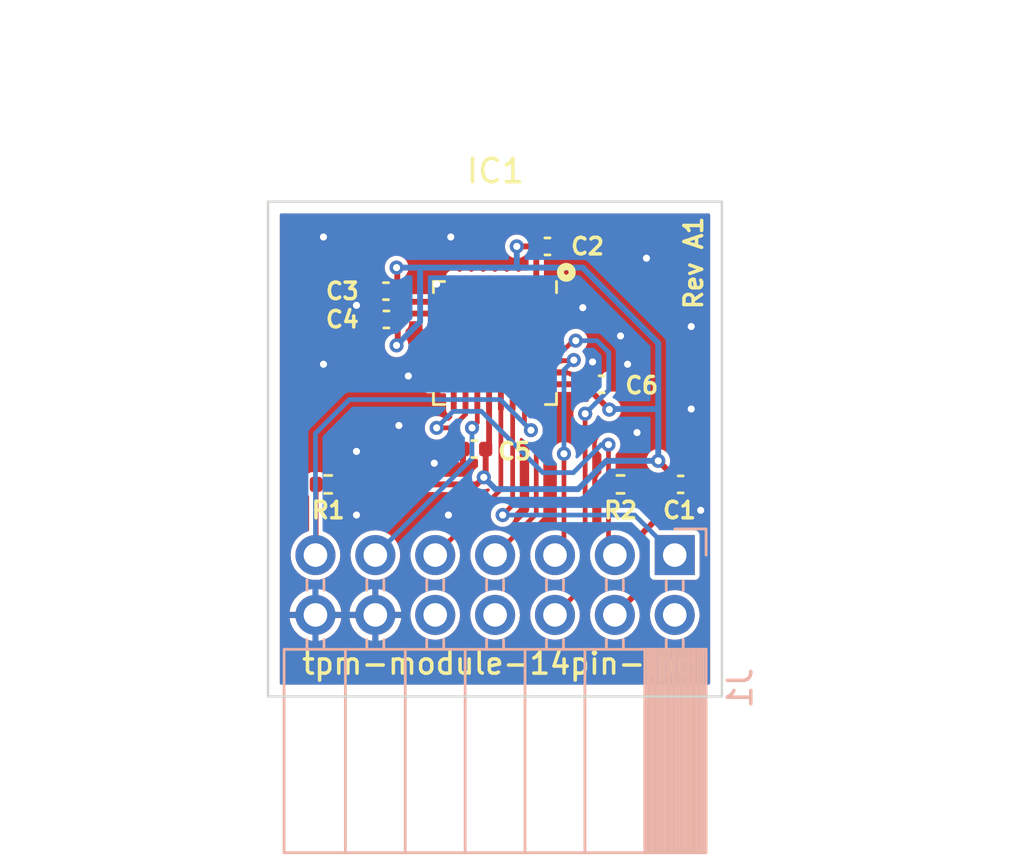
<source format=kicad_pcb>
(kicad_pcb (version 20210606) (generator pcbnew)
  (layers (0 "F.Cu" signal) (31 "B.Cu" signal) (34 "B.Paste" user) (35 "F.Paste" user) (36 "B.SilkS" user "B.Silkscreen") (37 "F.SilkS" user "F.Silkscreen") (38 "B.Mask" user) (39 "F.Mask" user) (44 "Edge.Cuts" user))
  (net 0 "")
  (net 1 "VDD")
  (net 2 "GND")
  (net 5 "LPC_RESET")
  (net 6 "LAD3")
  (net 7 "LAD2")
  (net 8 "LPC_CLK")
  (net 9 "LPC_FRAME")
  (net 10 "LAD1")
  (net 11 "LAD0")
  (net 12 "SERIRQ")
  (footprint "Capacitor_SMD:C_0402_1005Metric" (layer "F.Cu") (at 131.5 90.5 180)
    (fp_text reference "C5" (at -1.7 -0.1) (layer "F.SilkS") (effects (font (size 0.7 0.7))))
    (fp_text value "100n")
    (fp_line (start -0.107836 -0.36) (end 0.107836 -0.36) (layer "F.SilkS") (width 0.12))
    (fp_line (start -0.107836 0.36) (end 0.107836 0.36) (layer "F.SilkS") (width 0.12))
    (pad "1" smd roundrect locked (at -0.48 0 180) (size 0.56 0.62) (layers "F.Cu" "F.Paste" "F.Mask") (net 1 "VDD"))
    (pad "2" smd roundrect locked (at 0.48 0 180) (size 0.56 0.62) (layers "F.Cu" "F.Paste" "F.Mask") (net 2 "GND"))
  )
  (footprint "Capacitor_SMD:C_0402_1005Metric" (layer "F.Cu") (at 127.77 85 180)
    (fp_text reference "C4" (at 1.87 0) (layer "F.SilkS") (effects (font (size 0.7 0.7))))
    (fp_text value "100n")
    (fp_line (start -0.107836 -0.36) (end 0.107836 -0.36) (layer "F.SilkS") (width 0.12))
    (fp_line (start -0.107836 0.36) (end 0.107836 0.36) (layer "F.SilkS") (width 0.12))
    (pad "1" smd roundrect locked (at -0.48 0 180) (size 0.56 0.62) (layers "F.Cu" "F.Paste" "F.Mask") (net 1 "VDD"))
    (pad "2" smd roundrect locked (at 0.48 0 180) (size 0.56 0.62) (layers "F.Cu" "F.Paste" "F.Mask") (net 2 "GND"))
  )
  (footprint "Capacitor_SMD:C_0402_1005Metric" (layer "F.Cu") (at 140.25 92)
    (fp_text reference "C1" (at -0.05 1.1) (layer "F.SilkS") (effects (font (size 0.7 0.7))))
    (fp_text value "4u7")
    (fp_line (start -0.107836 0.36) (end 0.107836 0.36) (layer "F.SilkS") (width 0.12))
    (fp_line (start -0.107836 -0.36) (end 0.107836 -0.36) (layer "F.SilkS") (width 0.12))
    (pad "1" smd roundrect locked (at -0.48 0) (size 0.56 0.62) (layers "F.Cu" "F.Paste" "F.Mask") (net 1 "VDD"))
    (pad "2" smd roundrect locked (at 0.48 0) (size 0.56 0.62) (layers "F.Cu" "F.Paste" "F.Mask") (net 2 "GND"))
  )
  (footprint "Resistor_SMD:R_0402_1005Metric" (layer "F.Cu") (at 137.7 92 180)
    (fp_text reference "R2" (at 0 -1.1) (layer "F.SilkS") (effects (font (size 0.7 0.7))))
    (fp_text value "10k")
    (fp_line (start -0.153641 -0.38) (end 0.153641 -0.38) (layer "F.SilkS") (width 0.12))
    (fp_line (start -0.153641 0.38) (end 0.153641 0.38) (layer "F.SilkS") (width 0.12))
    (pad "1" smd roundrect locked (at -0.51 0 180) (size 0.54 0.64) (layers "F.Cu" "F.Paste" "F.Mask") (net 1 "VDD"))
    (pad "2" smd roundrect locked (at 0.51 0 180) (size 0.54 0.64) (layers "F.Cu" "F.Paste" "F.Mask") (net 5 "LPC_RESET"))
  )
  (footprint "Capacitor_SMD:C_0402_1005Metric" (layer "F.Cu") (at 134.6 81.9)
    (fp_text reference "C2" (at 1.7 0) (layer "F.SilkS") (effects (font (size 0.7 0.7))))
    (fp_text value "100n")
    (fp_line (start -0.107836 -0.36) (end 0.107836 -0.36) (layer "F.SilkS") (width 0.12))
    (fp_line (start -0.107836 0.36) (end 0.107836 0.36) (layer "F.SilkS") (width 0.12))
    (pad "1" smd roundrect locked (at -0.48 0) (size 0.56 0.62) (layers "F.Cu" "F.Paste" "F.Mask") (net 1 "VDD"))
    (pad "2" smd roundrect locked (at 0.48 0) (size 0.56 0.62) (layers "F.Cu" "F.Paste" "F.Mask") (net 2 "GND"))
  )
  (footprint "Capacitor_SMD:C_0402_1005Metric" (layer "F.Cu") (at 127.75 83.8 180)
    (fp_text reference "C3" (at 1.85 0) (layer "F.SilkS") (effects (font (size 0.7 0.7))))
    (fp_text value "100n")
    (fp_line (start -0.107836 0.36) (end 0.107836 0.36) (layer "F.SilkS") (width 0.12))
    (fp_line (start -0.107836 -0.36) (end 0.107836 -0.36) (layer "F.SilkS") (width 0.12))
    (pad "1" smd roundrect locked (at -0.48 0 180) (size 0.56 0.62) (layers "F.Cu" "F.Paste" "F.Mask") (net 1 "VDD"))
    (pad "2" smd roundrect locked (at 0.48 0 180) (size 0.56 0.62) (layers "F.Cu" "F.Paste" "F.Mask") (net 2 "GND"))
  )
  (footprint "Resistor_SMD:R_0402_1005Metric" (layer "F.Cu") (at 125.3 92 180)
    (fp_text reference "R1" (at 0 -1.1) (layer "F.SilkS") (effects (font (size 0.7 0.7))))
    (fp_text value "10k")
    (fp_line (start -0.153641 -0.38) (end 0.153641 -0.38) (layer "F.SilkS") (width 0.12))
    (fp_line (start -0.153641 0.38) (end 0.153641 0.38) (layer "F.SilkS") (width 0.12))
    (pad "1" smd roundrect locked (at -0.51 0 180) (size 0.54 0.64) (layers "F.Cu" "F.Paste" "F.Mask") (net 1 "VDD"))
    (pad "2" smd roundrect locked (at 0.51 0 180) (size 0.54 0.64) (layers "F.Cu" "F.Paste" "F.Mask") (net 9 "LPC_FRAME"))
  )
  (footprint "Capacitor_SMD:C_0402_1005Metric" (layer "F.Cu") (at 136.9 87.75)
    (fp_text reference "C6" (at 1.7 0.05) (layer "F.SilkS") (effects (font (size 0.7 0.7))))
    (fp_text value "100n")
    (fp_line (start -0.107836 -0.36) (end 0.107836 -0.36) (layer "F.SilkS") (width 0.12))
    (fp_line (start -0.107836 0.36) (end 0.107836 0.36) (layer "F.SilkS") (width 0.12))
    (pad "1" smd roundrect locked (at -0.48 0) (size 0.56 0.62) (layers "F.Cu" "F.Paste" "F.Mask") (net 1 "VDD"))
    (pad "2" smd roundrect locked (at 0.48 0) (size 0.56 0.62) (layers "F.Cu" "F.Paste" "F.Mask") (net 2 "GND"))
  )
  (footprint "Package_DFN_QFN:QFN-32-1EP_5x5mm_P0.5mm_EP3.1x3.1mm" (layer "F.Cu") (at 132.375 86 -90)
    (fp_text reference "IC1" (at -7.3 -0.025 180) (layer "F.SilkS"))
    (fp_text value "Infineon-SLB9665")
    (fp_line (start 2.135 2.61) (end 2.61 2.61) (layer "F.SilkS") (width 0.12))
    (fp_line (start -2.135 -2.61) (end -2.61 -2.61) (layer "F.SilkS") (width 0.12))
    (fp_line (start 2.61 -2.61) (end 2.61 -2.135) (layer "F.SilkS") (width 0.12))
    (fp_line (start 2.135 -2.61) (end 2.61 -2.61) (layer "F.SilkS") (width 0.12))
    (fp_line (start 2.61 2.61) (end 2.61 2.135) (layer "F.SilkS") (width 0.12))
    (fp_line (start -2.61 2.61) (end -2.61 2.135) (layer "F.SilkS") (width 0.12))
    (fp_line (start -2.135 2.61) (end -2.61 2.61) (layer "F.SilkS") (width 0.12))
    (pad "1" smd roundrect locked (at -2.4375 -1.75 270) (size 0.875 0.25) (layers "F.Cu" "F.Paste" "F.Mask") (net 1 "VDD"))
    (pad "2" smd roundrect locked (at -2.4375 -1.25 270) (size 0.875 0.25) (layers "F.Cu" "F.Paste" "F.Mask"))
    (pad "3" smd roundrect locked (at -2.4375 -0.75 270) (size 0.875 0.25) (layers "F.Cu" "F.Paste" "F.Mask"))
    (pad "4" smd roundrect locked (at -2.4375 -0.25 270) (size 0.875 0.25) (layers "F.Cu" "F.Paste" "F.Mask"))
    (pad "5" smd roundrect locked (at -2.4375 0.25 270) (size 0.875 0.25) (layers "F.Cu" "F.Paste" "F.Mask"))
    (pad "6" smd roundrect locked (at -2.4375 0.75 270) (size 0.875 0.25) (layers "F.Cu" "F.Paste" "F.Mask"))
    (pad "7" smd roundrect locked (at -2.4375 1.25 270) (size 0.875 0.25) (layers "F.Cu" "F.Paste" "F.Mask"))
    (pad "8" smd roundrect locked (at -2.4375 1.75 270) (size 0.875 0.25) (layers "F.Cu" "F.Paste" "F.Mask"))
    (pad "9" smd roundrect locked (at -1.75 2.4375 270) (size 0.25 0.875) (layers "F.Cu" "F.Paste" "F.Mask") (net 1 "VDD"))
    (pad "10" smd roundrect locked (at -1.25 2.4375 270) (size 0.25 0.875) (layers "F.Cu" "F.Paste" "F.Mask") (net 1 "VDD"))
    (pad "11" smd roundrect locked (at -0.75 2.4375 270) (size 0.25 0.875) (layers "F.Cu" "F.Paste" "F.Mask"))
    (pad "12" smd roundrect locked (at -0.25 2.4375 270) (size 0.25 0.875) (layers "F.Cu" "F.Paste" "F.Mask"))
    (pad "13" smd roundrect locked (at 0.25 2.4375 270) (size 0.25 0.875) (layers "F.Cu" "F.Paste" "F.Mask"))
    (pad "14" smd roundrect locked (at 0.75 2.4375 270) (size 0.25 0.875) (layers "F.Cu" "F.Paste" "F.Mask"))
    (pad "15" smd roundrect locked (at 1.25 2.4375 270) (size 0.25 0.875) (layers "F.Cu" "F.Paste" "F.Mask"))
    (pad "16" smd roundrect locked (at 1.75 2.4375 270) (size 0.25 0.875) (layers "F.Cu" "F.Paste" "F.Mask") (net 2 "GND"))
    (pad "17" smd roundrect locked (at 2.4375 1.75 270) (size 0.875 0.25) (layers "F.Cu" "F.Paste" "F.Mask"))
    (pad "18" smd roundrect locked (at 2.4375 1.25 270) (size 0.875 0.25) (layers "F.Cu" "F.Paste" "F.Mask") (net 5 "LPC_RESET"))
    (pad "19" smd roundrect locked (at 2.4375 0.75 270) (size 0.875 0.25) (layers "F.Cu" "F.Paste" "F.Mask") (net 6 "LAD3"))
    (pad "20" smd roundrect locked (at 2.4375 0.25 270) (size 0.875 0.25) (layers "F.Cu" "F.Paste" "F.Mask") (net 1 "VDD"))
    (pad "21" smd roundrect locked (at 2.4375 -0.25 270) (size 0.875 0.25) (layers "F.Cu" "F.Paste" "F.Mask") (net 7 "LAD2"))
    (pad "22" smd roundrect locked (at 2.4375 -0.75 270) (size 0.875 0.25) (layers "F.Cu" "F.Paste" "F.Mask") (net 8 "LPC_CLK"))
    (pad "23" smd roundrect locked (at 2.4375 -1.25 270) (size 0.875 0.25) (layers "F.Cu" "F.Paste" "F.Mask") (net 9 "LPC_FRAME"))
    (pad "24" smd roundrect locked (at 2.4375 -1.75 270) (size 0.875 0.25) (layers "F.Cu" "F.Paste" "F.Mask") (net 10 "LAD1"))
    (pad "25" smd roundrect locked (at 1.75 -2.4375 270) (size 0.25 0.875) (layers "F.Cu" "F.Paste" "F.Mask") (net 1 "VDD"))
    (pad "26" smd roundrect locked (at 1.25 -2.4375 270) (size 0.25 0.875) (layers "F.Cu" "F.Paste" "F.Mask") (net 2 "GND"))
    (pad "27" smd roundrect locked (at 0.75 -2.4375 270) (size 0.25 0.875) (layers "F.Cu" "F.Paste" "F.Mask") (net 11 "LAD0"))
    (pad "28" smd roundrect locked (at 0.25 -2.4375 270) (size 0.25 0.875) (layers "F.Cu" "F.Paste" "F.Mask") (net 12 "SERIRQ"))
    (pad "29" smd roundrect locked (at -0.25 -2.4375 270) (size 0.25 0.875) (layers "F.Cu" "F.Paste" "F.Mask"))
    (pad "30" smd roundrect locked (at -0.75 -2.4375 270) (size 0.25 0.875) (layers "F.Cu" "F.Paste" "F.Mask"))
    (pad "31" smd roundrect locked (at -1.25 -2.4375 270) (size 0.25 0.875) (layers "F.Cu" "F.Paste" "F.Mask"))
    (pad "32" smd roundrect locked (at -1.75 -2.4375 270) (size 0.25 0.875) (layers "F.Cu" "F.Paste" "F.Mask") (net 2 "GND"))
    (pad "33" smd rect locked (at 0 0 270) (size 3.1 3.1) (layers "F.Cu" "F.Mask"))
  )
  (footprint "Connector_PinSocket_2.54mm:PinSocket_2x07_P2.54mm_Horizontal" (layer "B.Cu") (at 140 95 90)
    (fp_text reference "J1" (at -5.65 2.77 90) (layer "B.SilkS") (effects (justify mirror)))
    (fp_text value "Conn_02x07")
    (fp_line (start -1.49 -13.06) (end -1.05 -13.06) (layer "B.SilkS") (width 0.12))
    (fp_line (start -12.63 -13.97) (end -4 -13.97) (layer "B.SilkS") (width 0.12))
    (fp_line (start -12.63 0.26524) (end -4 0.26524) (layer "B.SilkS") (width 0.12))
    (fp_line (start -12.63 -0.91571) (end -4 -0.91571) (layer "B.SilkS") (width 0.12))
    (fp_line (start -12.63 -0.325235) (end -4 -0.325235) (layer "B.SilkS") (width 0.12))
    (fp_line (start -12.63 -0.44333) (end -4 -0.44333) (layer "B.SilkS") (width 0.12))
    (fp_line (start -1.49 -7.26) (end -1.05 -7.26) (layer "B.SilkS") (width 0.12))
    (fp_line (start -4 -14.88) (end -3.59 -14.88) (layer "B.SilkS") (width 0.12))
    (fp_line (start -12.63 0.383335) (end -4 0.383335) (layer "B.SilkS") (width 0.12))
    (fp_line (start -1.49 -5.44) (end -1.05 -5.44) (layer "B.SilkS") (width 0.12))
    (fp_line (start -1.49 -15.6) (end -1.05 -15.6) (layer "B.SilkS") (width 0.12))
    (fp_line (start -1.49 -7.98) (end -1.05 -7.98) (layer "B.SilkS") (width 0.12))
    (fp_line (start -1.49 -2.18) (end -1.05 -2.18) (layer "B.SilkS") (width 0.12))
    (fp_line (start -12.63 -0.67952) (end -4 -0.67952) (layer "B.SilkS") (width 0.12))
    (fp_line (start -4 -4.72) (end -3.59 -4.72) (layer "B.SilkS") (width 0.12))
    (fp_line (start -12.63 0.50143) (end -4 0.50143) (layer "B.SilkS") (width 0.12))
    (fp_line (start -12.63 0.147145) (end -4 0.147145) (layer "B.SilkS") (width 0.12))
    (fp_line (start -1.49 -2.9) (end -1.05 -2.9) (layer "B.SilkS") (width 0.12))
    (fp_line (start -12.63 -3.81) (end -4 -3.81) (layer "B.SilkS") (width 0.12))
    (fp_line (start -4 -2.18) (end -3.59 -2.18) (layer "B.SilkS") (width 0.12))
    (fp_line (start -12.63 -0.561425) (end -4 -0.561425) (layer "B.SilkS") (width 0.12))
    (fp_line (start -12.63 -16.57) (end -4 -16.57) (layer "B.SilkS") (width 0.12))
    (fp_line (start -12.63 -0.20714) (end -4 -0.20714) (layer "B.SilkS") (width 0.12))
    (fp_line (start 0 1.33) (end 1.11 1.33) (layer "B.SilkS") (width 0.12))
    (fp_line (start -12.63 -1.27) (end -4 -1.27) (layer "B.SilkS") (width 0.12))
    (fp_line (start -1.49 -9.8) (end -1.05 -9.8) (layer "B.SilkS") (width 0.12))
    (fp_line (start -1.49 0.36) (end -1.11 0.36) (layer "B.SilkS") (width 0.12))
    (fp_line (start -4 -2.9) (end -3.59 -2.9) (layer "B.SilkS") (width 0.12))
    (fp_line (start -12.63 1.21) (end -4 1.21) (layer "B.SilkS") (width 0.12))
    (fp_line (start -1.49 -4.72) (end -1.05 -4.72) (layer "B.SilkS") (width 0.12))
    (fp_line (start -4 -15.6) (end -3.59 -15.6) (layer "B.SilkS") (width 0.12))
    (fp_line (start -1.49 -12.34) (end -1.05 -12.34) (layer "B.SilkS") (width 0.12))
    (fp_line (start -12.63 0.855715) (end -4 0.855715) (layer "B.SilkS") (width 0.12))
    (fp_line (start -1.49 -10.52) (end -1.05 -10.52) (layer "B.SilkS") (width 0.12))
    (fp_line (start -12.63 0.619525) (end -4 0.619525) (layer "B.SilkS") (width 0.12))
    (fp_line (start -4 -7.26) (end -3.59 -7.26) (layer "B.SilkS") (width 0.12))
    (fp_line (start -4 -7.98) (end -3.59 -7.98) (layer "B.SilkS") (width 0.12))
    (fp_line (start -12.63 1.33) (end -4 1.33) (layer "B.SilkS") (width 0.12))
    (fp_line (start -4 -9.8) (end -3.59 -9.8) (layer "B.SilkS") (width 0.12))
    (fp_line (start -12.63 1.091905) (end -4 1.091905) (layer "B.SilkS") (width 0.12))
    (fp_line (start -12.63 0.97381) (end -4 0.97381) (layer "B.SilkS") (width 0.12))
    (fp_line (start -4 -5.44) (end -3.59 -5.44) (layer "B.SilkS") (width 0.12))
    (fp_line (start -12.63 -0.797615) (end -4 -0.797615) (layer "B.SilkS") (width 0.12))
    (fp_line (start -12.63 -1.1519) (end -4 -1.1519) (layer "B.SilkS") (width 0.12))
    (fp_line (start -12.63 -11.43) (end -4 -11.43) (layer "B.SilkS") (width 0.12))
    (fp_line (start -12.63 0.73762) (end -4 0.73762) (layer "B.SilkS") (width 0.12))
    (fp_line (start -4 0.36) (end -3.59 0.36) (layer "B.SilkS") (width 0.12))
    (fp_line (start 1.11 1.33) (end 1.11 0) (layer "B.SilkS") (width 0.12))
    (fp_line (start -4 -13.06) (end -3.59 -13.06) (layer "B.SilkS") (width 0.12))
    (fp_line (start -12.63 -8.89) (end -4 -8.89) (layer "B.SilkS") (width 0.12))
    (fp_line (start -4 1.33) (end -4 -16.57) (layer "B.SilkS") (width 0.12))
    (fp_line (start -12.63 0.02905) (end -4 0.02905) (layer "B.SilkS") (width 0.12))
    (fp_line (start -12.63 -0.089045) (end -4 -0.089045) (layer "B.SilkS") (width 0.12))
    (fp_line (start -4 -10.52) (end -3.59 -10.52) (layer "B.SilkS") (width 0.12))
    (fp_line (start -12.63 1.33) (end -12.63 -16.57) (layer "B.SilkS") (width 0.12))
    (fp_line (start -4 -12.34) (end -3.59 -12.34) (layer "B.SilkS") (width 0.12))
    (fp_line (start -12.63 -1.033805) (end -4 -1.033805) (layer "B.SilkS") (width 0.12))
    (fp_line (start -1.49 -14.88) (end -1.05 -14.88) (layer "B.SilkS") (width 0.12))
    (fp_line (start -4 -0.36) (end -3.59 -0.36) (layer "B.SilkS") (width 0.12))
    (fp_line (start -1.49 -0.36) (end -1.11 -0.36) (layer "B.SilkS") (width 0.12))
    (fp_line (start -12.63 -6.35) (end -4 -6.35) (layer "B.SilkS") (width 0.12))
    (pad "1" thru_hole rect locked (at 0 0 90) (size 1.7 1.7) (drill 1) (layers *.Cu *.Mask) (net 8 "LPC_CLK"))
    (pad "2" thru_hole oval locked (at -2.54 0 90) (size 1.7 1.7) (drill 1) (layers *.Cu *.Mask))
    (pad "3" thru_hole oval locked (at 0 -2.54 90) (size 1.7 1.7) (drill 1) (layers *.Cu *.Mask) (net 5 "LPC_RESET"))
    (pad "4" thru_hole oval locked (at -2.54 -2.54 90) (size 1.7 1.7) (drill 1) (layers *.Cu *.Mask) (net 1 "VDD"))
    (pad "5" thru_hole oval locked (at 0 -5.08 90) (size 1.7 1.7) (drill 1) (layers *.Cu *.Mask) (net 11 "LAD0"))
    (pad "6" thru_hole oval locked (at -2.54 -5.08 90) (size 1.7 1.7) (drill 1) (layers *.Cu *.Mask) (net 12 "SERIRQ"))
    (pad "7" thru_hole oval locked (at 0 -7.62 90) (size 1.7 1.7) (drill 1) (layers *.Cu *.Mask) (net 10 "LAD1"))
    (pad "8" thru_hole oval locked (at -2.54 -7.62 90) (size 1.7 1.7) (drill 1) (layers *.Cu *.Mask))
    (pad "9" thru_hole oval locked (at 0 -10.16 90) (size 1.7 1.7) (drill 1) (layers *.Cu *.Mask) (net 7 "LAD2"))
    (pad "10" thru_hole oval locked (at -2.54 -10.16 90) (size 1.7 1.7) (drill 1) (layers *.Cu *.Mask))
    (pad "11" thru_hole oval locked (at 0 -12.7 90) (size 1.7 1.7) (drill 1) (layers *.Cu *.Mask) (net 6 "LAD3"))
    (pad "12" thru_hole oval locked (at -2.54 -12.7 90) (size 1.7 1.7) (drill 1) (layers *.Cu *.Mask) (net 2 "GND"))
    (pad "13" thru_hole oval locked (at 0 -15.24 90) (size 1.7 1.7) (drill 1) (layers *.Cu *.Mask) (net 9 "LPC_FRAME"))
    (pad "14" thru_hole oval locked (at -2.54 -15.24 90) (size 1.7 1.7) (drill 1) (layers *.Cu *.Mask) (net 2 "GND"))
  )
  (gr_circle (center 135.4 83) (end 135.5 83) (layer "F.SilkS") (width 0.3) (fill none))
  (gr_line (start 122.75 80) (end 122.75 101) (layer "Edge.Cuts") (width 0.1))
  (gr_line (start 142 101) (end 142 80) (layer "Edge.Cuts") (width 0.1))
  (gr_line (start 122.75 101) (end 142 101) (layer "Edge.Cuts") (width 0.1))
  (gr_line (start 142 80) (end 122.75 80) (layer "Edge.Cuts") (width 0.1))
  (gr_text "tpm-module-14pin-lpc\n" (at 132.5 99.6) (layer "F.SilkS") (effects (font (size 0.9 0.9))))
  (gr_text "Rev A1" (at 140.8 82.6 90) (layer "F.SilkS") (effects (font (size 0.75 0.75))))
  (segment (start 132.125 90.355) (end 131.98 90.5) (width 0.25) (layer "F.Cu") (net 1))
  (segment (start 128.23 82.83) (end 128.2 82.8) (width 0.25) (layer "F.Cu") (net 1))
  (segment (start 136.42 87.75) (end 136.42 88.02) (width 0.25) (layer "F.Cu") (net 1))
  (segment (start 128.5 84.75) (end 128.25 85) (width 0.25) (layer "F.Cu") (net 1))
  (segment (start 128.25 86.05) (end 128.2 86.1) (width 0.25) (layer "F.Cu") (net 1))
  (segment (start 134.8125 87.75) (end 136.42 87.75) (width 0.25) (layer "F.Cu") (net 1))
  (segment (start 136.42 88.02) (end 137.223911 88.823911) (width 0.25) (layer "F.Cu") (net 1))
  (segment (start 131.98 90.5) (end 131.98 91.62) (width 0.25) (layer "F.Cu") (net 1))
  (segment (start 129.9375 84.75) (end 128.5 84.75) (width 0.25) (layer "F.Cu") (net 1))
  (segment (start 125.81 92) (end 131.6 92) (width 0.25) (layer "F.Cu") (net 1))
  (segment (start 128.68 84.25) (end 128.23 83.8) (width 0.25) (layer "F.Cu") (net 1))
  (segment (start 138.634511 96.365489) (end 138.634511 94.065489) (width 0.25) (layer "F.Cu") (net 1))
  (segment (start 131.6 92) (end 131.9 91.7) (width 0.25) (layer "F.Cu") (net 1))
  (segment (start 138.634511 94.065489) (end 139.77 92.93) (width 0.25) (layer "F.Cu") (net 1))
  (segment (start 134.125 81.905) (end 134.12 81.9) (width 0.25) (layer "F.Cu") (net 1))
  (segment (start 128.23 83.8) (end 128.23 82.83) (width 0.25) (layer "F.Cu") (net 1))
  (segment (start 139.77 92.93) (end 139.77 92) (width 0.25) (layer "F.Cu") (net 1))
  (segment (start 137.46 97.54) (end 138.634511 96.365489) (width 0.25) (layer "F.Cu") (net 1))
  (segment (start 139.77 91.47) (end 139.3 91) (width 0.25) (layer "F.Cu") (net 1))
  (segment (start 134.125 83.5625) (end 134.125 81.905) (width 0.25) (layer "F.Cu") (net 1))
  (segment (start 139.77 92) (end 139.77 91.47) (width 0.25) (layer "F.Cu") (net 1))
  (segment (start 138.21 92) (end 139.77 92) (width 0.25) (layer "F.Cu") (net 1))
  (segment (start 132.125 88.4375) (end 132.125 90.355) (width 0.25) (layer "F.Cu") (net 1))
  (segment (start 128.25 85) (end 128.25 86.05) (width 0.25) (layer "F.Cu") (net 1))
  (segment (start 131.98 91.62) (end 131.9 91.7) (width 0.25) (layer "F.Cu") (net 1))
  (segment (start 129.9375 84.25) (end 128.68 84.25) (width 0.25) (layer "F.Cu") (net 1))
  (segment (start 134.12 81.9) (end 133.3 81.9) (width 0.25) (layer "F.Cu") (net 1))
  (via (at 139.3 91) (size 0.6) (drill 0.3) (layers "F.Cu" "B.Cu") (net 1))
  (via (at 128.2 86.1) (size 0.6) (drill 0.3) (layers "F.Cu" "B.Cu") (net 1))
  (via (at 137.223911 88.823911) (size 0.6) (drill 0.3) (layers "F.Cu" "B.Cu") (net 1))
  (via (at 133.3 81.9) (size 0.6) (drill 0.3) (layers "F.Cu" "B.Cu") (net 1))
  (via (at 131.9 91.7) (size 0.6) (drill 0.3) (layers "F.Cu" "B.Cu") (net 1))
  (via (at 128.2 82.8) (size 0.6) (drill 0.3) (layers "F.Cu" "B.Cu") (net 1))
  (segment (start 133.3 81.9) (end 133.3 82.8) (width 0.25) (layer "B.Cu") (net 1))
  (segment (start 132.4 92.2) (end 131.9 91.7) (width 0.25) (layer "B.Cu") (net 1))
  (segment (start 129.2 82.8) (end 128.2 82.8) (width 0.25) (layer "B.Cu") (net 1))
  (segment (start 137.247822 88.8) (end 139.3 88.8) (width 0.25) (layer "B.Cu") (net 1))
  (segment (start 139.3 91) (end 139.3 88.8) (width 0.25) (layer "B.Cu") (net 1))
  (segment (start 137.223911 88.823911) (end 137.247822 88.8) (width 0.25) (layer "B.Cu") (net 1))
  (segment (start 129.2 82.8) (end 129.2 85.1) (width 0.25) (layer "B.Cu") (net 1))
  (segment (start 129.2 85.1) (end 128.2 86.1) (width 0.25) (layer "B.Cu") (net 1))
  (segment (start 135.9 92.2) (end 132.4 92.2) (width 0.25) (layer "B.Cu") (net 1))
  (segment (start 136.1 82.8) (end 133.3 82.8) (width 0.25) (layer "B.Cu") (net 1))
  (segment (start 139.3 91) (end 137.1 91) (width 0.25) (layer "B.Cu") (net 1))
  (segment (start 137.1 91) (end 135.9 92.2) (width 0.25) (layer "B.Cu") (net 1))
  (segment (start 139.3 86) (end 136.1 82.8) (width 0.25) (layer "B.Cu") (net 1))
  (segment (start 133.3 82.8) (end 129.2 82.8) (width 0.25) (layer "B.Cu") (net 1))
  (segment (start 139.3 88.8) (end 139.3 86) (width 0.25) (layer "B.Cu") (net 1))
  (via (at 126.5 93.3) (size 0.6) (drill 0.3) (layers "F.Cu" "B.Cu") (net 2))
  (via (at 129.9 83.5) (size 0.6) (drill 0.3) (layers "F.Cu" "B.Cu") (net 2))
  (via (at 136.513734 86.801349) (size 0.6) (drill 0.3) (layers "F.Cu" "B.Cu") (net 2))
  (via (at 125.1 86.9) (size 0.6) (drill 0.3) (layers "F.Cu" "B.Cu") (net 2))
  (via (at 141.1 93.1) (size 0.6) (drill 0.3) (layers "F.Cu" "B.Cu") (net 2))
  (via (at 140.7 88.8) (size 0.6) (drill 0.3) (layers "F.Cu" "B.Cu") (net 2))
  (via (at 128.3 89.5) (size 0.6) (drill 0.3) (layers "F.Cu" "B.Cu") (net 2))
  (via (at 128.7 87.4) (size 0.6) (drill 0.3) (layers "F.Cu" "B.Cu") (net 2))
  (via (at 137.7 85.7) (size 0.6) (drill 0.3) (layers "F.Cu" "B.Cu") (net 2))
  (via (at 126.5 90.6) (size 0.6) (drill 0.3) (layers "F.Cu" "B.Cu") (net 2))
  (via (at 126.5 84.4) (size 0.6) (drill 0.3) (layers "F.Cu" "B.Cu") (net 2))
  (via (at 129.8 91.1) (size 0.6) (drill 0.3) (layers "F.Cu" "B.Cu") (net 2))
  (via (at 138.4 89.8) (size 0.6) (drill 0.3) (layers "F.Cu" "B.Cu") (net 2))
  (via (at 138.8 82.4) (size 0.6) (drill 0.3) (layers "F.Cu" "B.Cu") (net 2))
  (via (at 130.4 93.3) (size 0.6) (drill 0.3) (layers "F.Cu" "B.Cu") (net 2))
  (via (at 125.1 81.5) (size 0.6) (drill 0.3) (layers "F.Cu" "B.Cu") (net 2))
  (via (at 140.7 85.3) (size 0.6) (drill 0.3) (layers "F.Cu" "B.Cu") (net 2))
  (via (at 136.1 84.5) (size 0.6) (drill 0.3) (layers "F.Cu" "B.Cu") (net 2))
  (via (at 130.5 81.5) (size 0.6) (drill 0.3) (layers "F.Cu" "B.Cu") (net 2))
  (via (at 138 86.9) (size 0.6) (drill 0.3) (layers "F.Cu" "B.Cu") (net 2))
  (segment (start 130.552162 89.6) (end 129.9 89.6) (width 0.2) (layer "F.Cu") (net 5))
  (segment (start 137.19 92) (end 137.19 90.31) (width 0.2) (layer "F.Cu") (net 5))
  (segment (start 131.125 88.4375) (end 131.125 89.027162) (width 0.2) (layer "F.Cu") (net 5))
  (segment (start 137.19 91.75) (end 137.19 94.73) (width 0.2) (layer "F.Cu") (net 5))
  (segment (start 137.19 94.73) (end 137.46 95) (width 0.2) (layer "F.Cu") (net 5))
  (segment (start 131.125 89.027162) (end 130.552162 89.6) (width 0.2) (layer "F.Cu") (net 5))
  (segment (start 137.19 90.31) (end 137.2 90.3) (width 0.2) (layer "F.Cu") (net 5))
  (via (at 129.9 89.6) (size 0.6) (drill 0.3) (layers "F.Cu" "B.Cu") (net 5))
  (via (at 137.19 90.31) (size 0.6) (drill 0.3) (layers "F.Cu" "B.Cu") (net 5))
  (segment (start 129.9 89.6) (end 130.6 88.9) (width 0.2) (layer "B.Cu") (net 5))
  (segment (start 134.4 91.5) (end 135.7 91.5) (width 0.2) (layer "B.Cu") (net 5))
  (segment (start 135.7 91.5) (end 136.89 90.31) (width 0.2) (layer "B.Cu") (net 5))
  (segment (start 130.6 88.9) (end 131.8 88.9) (width 0.2) (layer "B.Cu") (net 5))
  (segment (start 136.89 90.31) (end 137.19 90.31) (width 0.2) (layer "B.Cu") (net 5))
  (segment (start 131.8 88.9) (end 134.4 91.5) (width 0.2) (layer "B.Cu") (net 5))
  (segment (start 131.4 89.6) (end 131.625 89.375) (width 0.2) (layer "F.Cu") (net 6))
  (segment (start 131.625 89.375) (end 131.625 88.4375) (width 0.2) (layer "F.Cu") (net 6))
  (via (at 131.4 89.6) (size 0.6) (drill 0.3) (layers "F.Cu" "B.Cu") (net 6))
  (segment (start 131.4 90.9) (end 127.3 95) (width 0.2) (layer "B.Cu") (net 6))
  (segment (start 131.4 89.6) (end 131.4 90.9) (width 0.2) (layer "B.Cu") (net 6))
  (segment (start 132.625 88.4375) (end 132.625 92.215) (width 0.2) (layer "F.Cu") (net 7))
  (segment (start 132.625 92.215) (end 129.84 95) (width 0.2) (layer "F.Cu") (net 7))
  (segment (start 133.125 92.875) (end 132.7 93.3) (width 0.2) (layer "F.Cu") (net 8))
  (segment (start 133.125 88.4375) (end 133.125 92.875) (width 0.2) (layer "F.Cu") (net 8))
  (via (at 132.7 93.3) (size 0.6) (drill 0.3) (layers "F.Cu" "B.Cu") (net 8))
  (segment (start 140 95) (end 138.3 93.3) (width 0.2) (layer "B.Cu") (net 8))
  (segment (start 138.3 93.3) (end 132.7 93.3) (width 0.2) (layer "B.Cu") (net 8))
  (segment (start 133.625 88.4375) (end 133.625 89.425) (width 0.2) (layer "F.Cu") (net 9))
  (segment (start 124.79 94.97) (end 124.76 95) (width 0.2) (layer "F.Cu") (net 9))
  (segment (start 124.79 92) (end 124.79 94.97) (width 0.2) (layer "F.Cu") (net 9))
  (segment (start 133.625 89.425) (end 133.9 89.7) (width 0.2) (layer "F.Cu") (net 9))
  (via (at 133.9 89.7) (size 0.6) (drill 0.3) (layers "F.Cu" "B.Cu") (net 9))
  (segment (start 133.9 89.7) (end 132.6 88.4) (width 0.2) (layer "B.Cu") (net 9))
  (segment (start 124.76 89.84) (end 124.76 95) (width 0.2) (layer "B.Cu") (net 9))
  (segment (start 132.6 88.4) (end 126.2 88.4) (width 0.2) (layer "B.Cu") (net 9))
  (segment (start 126.2 88.4) (end 124.76 89.84) (width 0.2) (layer "B.Cu") (net 9))
  (segment (start 134.125 93.255) (end 132.38 95) (width 0.2) (layer "F.Cu") (net 10))
  (segment (start 134.125 90.375) (end 134.125 93.255) (width 0.2) (layer "F.Cu") (net 10))
  (segment (start 134.125 89.025) (end 134.499511 89.399511) (width 0.2) (layer "F.Cu") (net 10))
  (segment (start 134.125 88.4375) (end 134.125 89.025) (width 0.2) (layer "F.Cu") (net 10))
  (segment (start 134.499511 90.000489) (end 134.125 90.375) (width 0.2) (layer "F.Cu") (net 10))
  (segment (start 134.499511 89.399511) (end 134.499511 90.000489) (width 0.2) (layer "F.Cu") (net 10))
  (segment (start 135.691275 86.75) (end 134.8125 86.75) (width 0.2) (layer "F.Cu") (net 11))
  (segment (start 135.3 94.62) (end 134.92 95) (width 0.2) (layer "F.Cu") (net 11))
  (segment (start 135.3 90.7) (end 135.3 94.62) (width 0.2) (layer "F.Cu") (net 11))
  (segment (start 135.718058 86.723217) (end 135.691275 86.75) (width 0.2) (layer "F.Cu") (net 11))
  (via (at 135.3 90.7) (size 0.6) (drill 0.3) (layers "F.Cu" "B.Cu") (net 11))
  (via (at 135.718058 86.723217) (size 0.6) (drill 0.3) (layers "F.Cu" "B.Cu") (net 11))
  (segment (start 135.3 87.141275) (end 135.718058 86.723217) (width 0.2) (layer "B.Cu") (net 11))
  (segment (start 135.3 90.7) (end 135.3 87.141275) (width 0.2) (layer "B.Cu") (net 11))
  (segment (start 136.2 96.26) (end 134.92 97.54) (width 0.2) (layer "F.Cu") (net 12))
  (segment (start 135.8 85.9) (end 135.693437 85.9) (width 0.2) (layer "F.Cu") (net 12))
  (segment (start 135.693437 85.9) (end 135.343437 86.25) (width 0.2) (layer "F.Cu") (net 12))
  (segment (start 136.2 89) (end 136.2 96.26) (width 0.2) (layer "F.Cu") (net 12))
  (segment (start 135.343437 86.25) (end 134.8125 86.25) (width 0.2) (layer "F.Cu") (net 12))
  (via (at 135.8 85.9) (size 0.6) (drill 0.3) (layers "F.Cu" "B.Cu") (net 12))
  (via (at 136.2 89) (size 0.6) (drill 0.3) (layers "F.Cu" "B.Cu") (net 12))
  (segment (start 137.2 86.4) (end 137.2 88) (width 0.2) (layer "B.Cu") (net 12))
  (segment (start 135.8 85.9) (end 136.7 85.9) (width 0.2) (layer "B.Cu") (net 12))
  (segment (start 136.7 85.9) (end 137.2 86.4) (width 0.2) (layer "B.Cu") (net 12))
  (segment (start 137.2 88) (end 136.2 89) (width 0.2) (layer "B.Cu") (net 12))
  (zone (net 2) (net_name "GND") (layers F&B.Cu) (connect_pads (clearance 0.127)) (min_thickness 0.127) (fill yes (thermal_gap 0.254) (thermal_bridge_width 0.254))
    (polygon (pts (xy 141.5 100.5) (xy 123.25 100.5) (xy 123.25 80.5) (xy 141.5 80.5)))
  )
)
</source>
